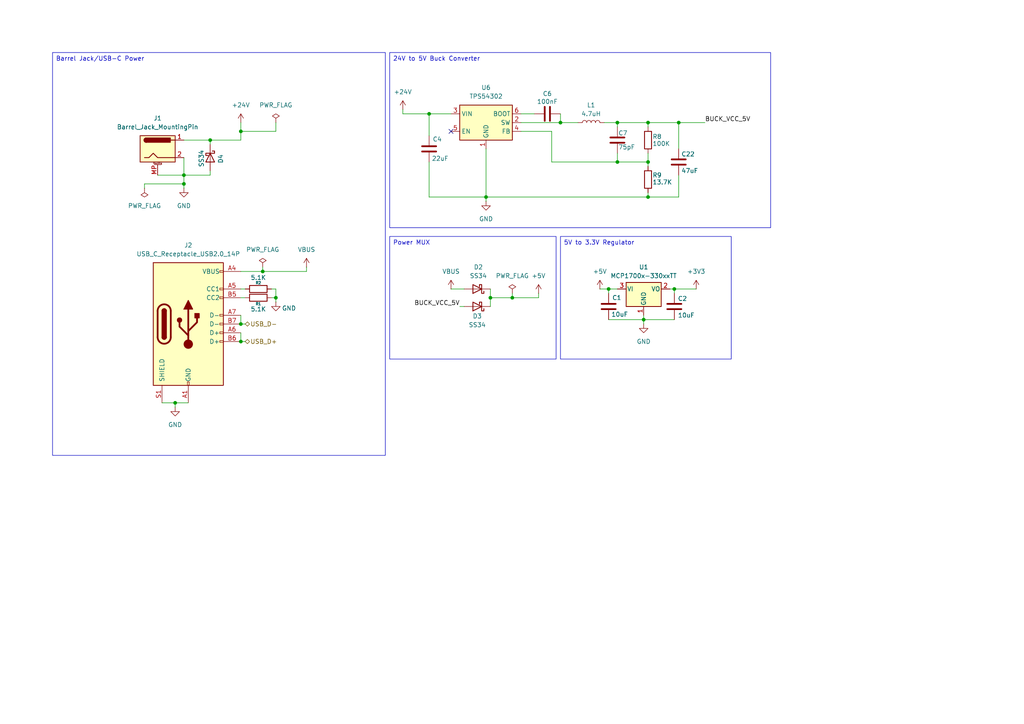
<source format=kicad_sch>
(kicad_sch (version 20250114) (generator "eeschema") (generator_version "9.0")
  (paper "A4")
  (lib_symbols
    (symbol "Connector:Barrel_Jack_MountingPin" (pin_names (hide yes))
      (property "Reference" "J" (at 0 5.334 0))
      (property "Value" "Barrel_Jack_MountingPin" (at 1.27 -6.35 0))
      (symbol "Barrel_Jack_MountingPin_0_1"
        (rectangle (start -5.08 3.81) (end 5.08 -3.81) (stroke (width 0.254)) (fill (type background)))
        (polyline (pts (xy -3.81 -2.54) (xy -2.54 -2.54) (xy -1.27 -1.27) (xy 0 -2.54) (xy 2.54 -2.54) (xy 5.08 -2.54)) (stroke (width 0.254)))
        (arc (start -3.302 1.905) (mid -3.9343 2.54) (end -3.302 3.175) (stroke (width 0.254)))
        (arc (start -3.302 1.905) (mid -3.9343 2.54) (end -3.302 3.175) (stroke (width 0.254)) (fill (type outline)))
        (rectangle (start 3.683 3.175) (end -3.302 1.905) (stroke (width 0.254)) (fill (type outline)))
        (polyline (pts (xy 5.08 2.54) (xy 3.81 2.54)) (stroke (width 0.254)))
      )
      (symbol "Barrel_Jack_MountingPin_1_1"
        (polyline (pts (xy -1.016 -4.572) (xy 1.016 -4.572)) (stroke (width 0.1524)))
        (text "Mounting" (at 0 -4.191 0) (effects (font (size 0.381 0.381))))
        (pin passive line (at 0 -7.62 90) (length 3.048) (name "MountPin") (number "MP"))
        (pin passive line (at 7.62 2.54 180) (length 2.54) (name "~") (number "1"))
        (pin passive line (at 7.62 -2.54 180) (length 2.54) (name "~") (number "2"))
      )
    )
    (symbol "Connector:USB_C_Receptacle_USB2.0_14P" (pin_names (offset 1.016))
      (property "Reference" "J" (at 0 22.225 0))
      (property "Value" "USB_C_Receptacle_USB2.0_14P" (at 0 19.685 0))
      (symbol "USB_C_Receptacle_USB2.0_14P_0_0"
        (rectangle (start -0.254 -17.78) (end 0.254 -16.764))
        (rectangle (start 10.16 15.494) (end 9.144 14.986))
        (rectangle (start 10.16 10.414) (end 9.144 9.906))
        (rectangle (start 10.16 7.874) (end 9.144 7.366))
        (rectangle (start 10.16 2.794) (end 9.144 2.286))
        (rectangle (start 10.16 0.254) (end 9.144 -0.254))
        (rectangle (start 10.16 -2.286) (end 9.144 -2.794))
        (rectangle (start 10.16 -4.826) (end 9.144 -5.334))
      )
      (symbol "USB_C_Receptacle_USB2.0_14P_0_1"
        (rectangle (start -10.16 17.78) (end 10.16 -17.78) (stroke (width 0.254)) (fill (type background)))
        (polyline (pts (xy -8.89 -3.81) (xy -8.89 3.81)) (stroke (width 0.508)))
        (rectangle (start -7.62 -3.81) (end -6.35 3.81) (stroke (width 0.254)) (fill (type outline)))
        (arc (start -7.62 3.81) (mid -6.985 4.4423) (end -6.35 3.81) (stroke (width 0.254)))
        (arc (start -7.62 3.81) (mid -6.985 4.4423) (end -6.35 3.81) (stroke (width 0.254)) (fill (type outline)))
        (arc (start -8.89 3.81) (mid -6.985 5.7067) (end -5.08 3.81) (stroke (width 0.508)))
        (arc (start -5.08 -3.81) (mid -6.985 -5.7067) (end -8.89 -3.81) (stroke (width 0.508)))
        (arc (start -6.35 -3.81) (mid -6.985 -4.4423) (end -7.62 -3.81) (stroke (width 0.254)))
        (arc (start -6.35 -3.81) (mid -6.985 -4.4423) (end -7.62 -3.81) (stroke (width 0.254)) (fill (type outline)))
        (polyline (pts (xy -5.08 3.81) (xy -5.08 -3.81)) (stroke (width 0.508)))
        (circle (center -2.54 1.143) (radius 0.635) (stroke (width 0.254)) (fill (type outline)))
        (polyline (pts (xy -1.27 4.318) (xy 0 6.858) (xy 1.27 4.318) (xy -1.27 4.318)) (stroke (width 0.254)) (fill (type outline)))
        (polyline (pts (xy 0 -2.032) (xy 2.54 0.508) (xy 2.54 1.778)) (stroke (width 0.508)))
        (polyline (pts (xy 0 -3.302) (xy -2.54 -0.762) (xy -2.54 0.508)) (stroke (width 0.508)))
        (polyline (pts (xy 0 -5.842) (xy 0 4.318)) (stroke (width 0.508)))
        (circle (center 0 -5.842) (radius 1.27) (fill (type outline)))
        (rectangle (start 1.905 1.778) (end 3.175 3.048) (stroke (width 0.254)) (fill (type outline)))
      )
      (symbol "USB_C_Receptacle_USB2.0_14P_1_1"
        (pin passive line (at -7.62 -22.86 90) (length 5.08) (name "SHIELD") (number "S1"))
        (pin passive line (at 0 -22.86 90) (length 5.08) (name "GND") (number "A1"))
        (pin passive line (at 0 -22.86 90) (length 5.08) (hide yes) (name "GND") (number "A12"))
        (pin passive line (at 0 -22.86 90) (length 5.08) (hide yes) (name "GND") (number "B1"))
        (pin passive line (at 0 -22.86 90) (length 5.08) (hide yes) (name "GND") (number "B12"))
        (pin passive line (at 15.24 15.24 180) (length 5.08) (name "VBUS") (number "A4"))
        (pin passive line (at 15.24 15.24 180) (length 5.08) (hide yes) (name "VBUS") (number "A9"))
        (pin passive line (at 15.24 15.24 180) (length 5.08) (hide yes) (name "VBUS") (number "B4"))
        (pin passive line (at 15.24 15.24 180) (length 5.08) (hide yes) (name "VBUS") (number "B9"))
        (pin bidirectional line (at 15.24 10.16 180) (length 5.08) (name "CC1") (number "A5"))
        (pin bidirectional line (at 15.24 7.62 180) (length 5.08) (name "CC2") (number "B5"))
        (pin bidirectional line (at 15.24 2.54 180) (length 5.08) (name "D-") (number "A7"))
        (pin bidirectional line (at 15.24 0 180) (length 5.08) (name "D-") (number "B7"))
        (pin bidirectional line (at 15.24 -2.54 180) (length 5.08) (name "D+") (number "A6"))
        (pin bidirectional line (at 15.24 -5.08 180) (length 5.08) (name "D+") (number "B6"))
      )
    )
    (symbol "Device:C" (pin_numbers (hide yes)) (pin_names (offset 0.254))
      (property "Reference" "C" (at 0.635 2.54 0))
      (property "Value" "C" (at 0.635 -2.54 0))
      (symbol "C_0_1"
        (polyline (pts (xy -2.032 0.762) (xy 2.032 0.762)) (stroke (width 0.508)))
        (polyline (pts (xy -2.032 -0.762) (xy 2.032 -0.762)) (stroke (width 0.508)))
      )
      (symbol "C_1_1"
        (pin passive line (at 0 3.81 270) (length 2.794) (name "~") (number "1"))
        (pin passive line (at 0 -3.81 90) (length 2.794) (name "~") (number "2"))
      )
    )
    (symbol "Device:L" (pin_numbers (hide yes)) (pin_names (offset 1.016) (hide yes))
      (property "Reference" "L" (at -1.27 0 90))
      (property "Value" "L" (at 1.905 0 90))
      (symbol "L_0_1"
        (arc (start 0 2.54) (mid 0.6323 1.905) (end 0 1.27))
        (arc (start 0 1.27) (mid 0.6323 0.635) (end 0 0))
        (arc (start 0 0) (mid 0.6323 -0.635) (end 0 -1.27))
        (arc (start 0 -1.27) (mid 0.6323 -1.905) (end 0 -2.54))
      )
      (symbol "L_1_1"
        (pin passive line (at 0 3.81 270) (length 1.27) (name "1") (number "1"))
        (pin passive line (at 0 -3.81 90) (length 1.27) (name "2") (number "2"))
      )
    )
    (symbol "Device:R" (pin_numbers (hide yes)) (pin_names (offset 0))
      (property "Reference" "R" (at 2.032 0 90))
      (property "Value" "R" (at 0 0 90))
      (symbol "R_0_1"
        (rectangle (start -1.016 -2.54) (end 1.016 2.54) (stroke (width 0.254)))
      )
      (symbol "R_1_1"
        (pin passive line (at 0 3.81 270) (length 1.27) (name "~") (number "1"))
        (pin passive line (at 0 -3.81 90) (length 1.27) (name "~") (number "2"))
      )
    )
    (symbol "Diode:SS34" (pin_numbers (hide yes)) (pin_names (offset 1.016) (hide yes))
      (property "Reference" "D" (at 0 2.54 0))
      (property "Value" "SS34" (at 0 -2.54 0))
      (symbol "SS34_0_1"
        (polyline (pts (xy -1.905 0.635) (xy -1.905 1.27) (xy -1.27 1.27) (xy -1.27 -1.27) (xy -0.635 -1.27) (xy -0.635 -0.635)) (stroke (width 0.254)))
        (polyline (pts (xy 1.27 1.27) (xy 1.27 -1.27) (xy -1.27 0) (xy 1.27 1.27)) (stroke (width 0.254)))
        (polyline (pts (xy 1.27 0) (xy -1.27 0)))
      )
      (symbol "SS34_1_1"
        (pin passive line (at -3.81 0 0) (length 2.54) (name "K") (number "1"))
        (pin passive line (at 3.81 0 180) (length 2.54) (name "A") (number "2"))
      )
    )
    (symbol "Regulator_Linear:MCP1700x-330xxTT" (pin_names (offset 0.254))
      (property "Reference" "U" (at -3.81 3.175 0))
      (property "Value" "MCP1700x-330xxTT" (at 0 3.175 0))
      (symbol "MCP1700x-330xxTT_0_1"
        (rectangle (start -5.08 1.905) (end 5.08 -5.08) (stroke (width 0.254)) (fill (type background)))
      )
      (symbol "MCP1700x-330xxTT_1_1"
        (pin power_in line (at -7.62 0 0) (length 2.54) (name "VI") (number "3"))
        (pin power_in line (at 0 -7.62 90) (length 2.54) (name "GND") (number "1"))
        (pin power_out line (at 7.62 0 180) (length 2.54) (name "VO") (number "2"))
      )
    )
    (symbol "Regulator_Switching:TPS54302"
      (property "Reference" "U" (at -7.62 6.35 0))
      (property "Value" "TPS54302" (at 0 6.35 0))
      (symbol "TPS54302_0_1"
        (rectangle (start -7.62 5.08) (end 7.62 -5.08) (stroke (width 0.254)) (fill (type background)))
      )
      (symbol "TPS54302_1_1"
        (pin power_in line (at -10.16 2.54 0) (length 2.54) (name "VIN") (number "3"))
        (pin input line (at -10.16 -2.54 0) (length 2.54) (name "EN") (number "5"))
        (pin power_in line (at 0 -7.62 90) (length 2.54) (name "GND") (number "1"))
        (pin passive line (at 10.16 2.54 180) (length 2.54) (name "BOOT") (number "6"))
        (pin power_out line (at 10.16 0 180) (length 2.54) (name "SW") (number "2"))
        (pin input line (at 10.16 -2.54 180) (length 2.54) (name "FB") (number "4"))
      )
    )
    (symbol "power:+24V" (power) (pin_numbers (hide yes)) (pin_names (offset 0) (hide yes))
      (property "Value" "+24V" (at 0 3.556 0))
      (symbol "+24V_0_1"
        (polyline (pts (xy -0.762 1.27) (xy 0 2.54)))
        (polyline (pts (xy 0 2.54) (xy 0.762 1.27)))
        (polyline (pts (xy 0 0) (xy 0 2.54)))
      )
      (symbol "+24V_1_1"
        (pin power_in line (at 0 0 90) (length 0) (name "~") (number "1"))
      )
    )
    (symbol "power:+3V3" (power) (pin_numbers (hide yes)) (pin_names (offset 0) (hide yes))
      (property "Value" "+3V3" (at 0 3.556 0))
      (symbol "+3V3_0_1"
        (polyline (pts (xy -0.762 1.27) (xy 0 2.54)))
        (polyline (pts (xy 0 2.54) (xy 0.762 1.27)))
        (polyline (pts (xy 0 0) (xy 0 2.54)))
      )
      (symbol "+3V3_1_1"
        (pin power_in line (at 0 0 90) (length 0) (name "~") (number "1"))
      )
    )
    (symbol "power:+5V" (power) (pin_numbers (hide yes)) (pin_names (offset 0) (hide yes))
      (property "Value" "+5V" (at 0 3.556 0))
      (symbol "+5V_0_1"
        (polyline (pts (xy -0.762 1.27) (xy 0 2.54)))
        (polyline (pts (xy 0 2.54) (xy 0.762 1.27)))
        (polyline (pts (xy 0 0) (xy 0 2.54)))
      )
      (symbol "+5V_1_1"
        (pin power_in line (at 0 0 90) (length 0) (name "~") (number "1"))
      )
    )
    (symbol "power:GND" (power) (pin_numbers (hide yes)) (pin_names (offset 0) (hide yes))
      (property "Value" "GND" (at 0 -3.81 0))
      (symbol "GND_0_1"
        (polyline (pts (xy 0 0) (xy 0 -1.27) (xy 1.27 -1.27) (xy 0 -2.54) (xy -1.27 -1.27) (xy 0 -1.27)))
      )
      (symbol "GND_1_1"
        (pin power_in line (at 0 0 270) (length 0) (name "~") (number "1"))
      )
    )
    (symbol "power:PWR_FLAG" (power) (pin_numbers (hide yes)) (pin_names (offset 0) (hide yes))
      (property "Value" "PWR_FLAG" (at 0 3.81 0))
      (symbol "PWR_FLAG_0_0"
        (pin power_out line (at 0 0 90) (length 0) (name "~") (number "1"))
      )
      (symbol "PWR_FLAG_0_1"
        (polyline (pts (xy 0 0) (xy 0 1.27) (xy -1.016 1.905) (xy 0 2.54) (xy 1.016 1.905) (xy 0 1.27)))
      )
    )
    (symbol "power:VBUS" (power) (pin_numbers (hide yes)) (pin_names (offset 0) (hide yes))
      (property "Value" "VBUS" (at 0 3.556 0))
      (symbol "VBUS_0_1"
        (polyline (pts (xy -0.762 1.27) (xy 0 2.54)))
        (polyline (pts (xy 0 2.54) (xy 0.762 1.27)))
        (polyline (pts (xy 0 0) (xy 0 2.54)))
      )
      (symbol "VBUS_1_1"
        (pin power_in line (at 0 0 90) (length 0) (name "~") (number "1"))
      )
    )
  )
  (text_box "24V to 5V Buck Converter" (at 113.03 15.24 0) (size 110.49 50.8) (margins 0.9525 0.9525 0.9525 0.9525) (effects (font (size 1.27 1.27)) (justify left top)))
  (text_box "Barrel Jack/USB-C Power" (at 15.24 15.24 0) (size 96.52 116.84) (margins 0.9525 0.9525 0.9525 0.9525) (effects (font (size 1.27 1.27)) (justify left top)))
  (text_box "5V to 3.3V Regulator" (at 162.56 68.58 0) (size 49.53 35.56) (margins 0.9525 0.9525 0.9525 0.9525) (effects (font (size 1.27 1.27)) (justify left top)))
  (text_box "Power MUX" (at 113.03 68.58 0) (size 48.26 35.56) (margins 0.9525 0.9525 0.9525 0.9525) (effects (font (size 1.27 1.27)) (justify left top)))
  (junction (at 60.96 40.64))
  (junction (at 148.59 86.36))
  (junction (at 195.58 83.82))
  (junction (at 53.34 53.34))
  (junction (at 162.56 35.56))
  (junction (at 69.85 99.06))
  (junction (at 80.01 86.36))
  (junction (at 186.69 92.71))
  (junction (at 187.96 35.56))
  (junction (at 50.8 116.84))
  (junction (at 179.07 46.99))
  (junction (at 140.97 57.15))
  (junction (at 69.85 38.1))
  (junction (at 179.07 35.56))
  (junction (at 176.53 83.82))
  (junction (at 187.96 57.15))
  (junction (at 124.46 33.02))
  (junction (at 76.2 78.74))
  (junction (at 196.85 35.56))
  (junction (at 187.96 46.99))
  (junction (at 53.34 50.8))
  (junction (at 142.24 86.36))
  (junction (at 69.85 93.98))
  (no_connect (at 130.81 38.1))
  (wire (pts (xy 142.24 86.36) (xy 142.24 88.9)))
  (wire (pts (xy 80.01 86.36) (xy 80.01 87.63)))
  (wire (pts (xy 60.96 49.53) (xy 60.96 50.8)))
  (wire (pts (xy 124.46 33.02) (xy 130.81 33.02)))
  (wire (pts (xy 69.85 83.82) (xy 71.12 83.82)))
  (wire (pts (xy 88.9 78.74) (xy 76.2 78.74)))
  (wire (pts (xy 60.96 40.64) (xy 69.85 40.64)))
  (wire (pts (xy 69.85 38.1) (xy 69.85 40.64)))
  (wire (pts (xy 41.91 54.61) (xy 41.91 53.34)))
  (wire (pts (xy 195.58 83.82) (xy 201.93 83.82)))
  (wire (pts (xy 133.35 88.9) (xy 134.62 88.9)))
  (wire (pts (xy 60.96 50.8) (xy 53.34 50.8)))
  (wire (pts (xy 173.99 83.82) (xy 176.53 83.82)))
  (wire (pts (xy 151.13 38.1) (xy 160.02 38.1)))
  (wire (pts (xy 116.84 33.02) (xy 124.46 33.02)))
  (wire (pts (xy 124.46 33.02) (xy 124.46 39.37)))
  (wire (pts (xy 179.07 35.56) (xy 187.96 35.56)))
  (wire (pts (xy 69.85 96.52) (xy 69.85 99.06)))
  (wire (pts (xy 69.85 78.74) (xy 76.2 78.74)))
  (wire (pts (xy 41.91 53.34) (xy 53.34 53.34)))
  (wire (pts (xy 162.56 35.56) (xy 162.56 33.02)))
  (wire (pts (xy 160.02 38.1) (xy 160.02 46.99)))
  (wire (pts (xy 140.97 57.15) (xy 187.96 57.15)))
  (wire (pts (xy 76.2 77.47) (xy 76.2 78.74)))
  (wire (pts (xy 186.69 92.71) (xy 195.58 92.71)))
  (wire (pts (xy 88.9 77.47) (xy 88.9 78.74)))
  (wire (pts (xy 148.59 86.36) (xy 156.21 86.36)))
  (wire (pts (xy 53.34 50.8) (xy 53.34 53.34)))
  (wire (pts (xy 53.34 53.34) (xy 53.34 54.61)))
  (wire (pts (xy 160.02 46.99) (xy 179.07 46.99)))
  (wire (pts (xy 142.24 86.36) (xy 148.59 86.36)))
  (wire (pts (xy 80.01 83.82) (xy 80.01 86.36)))
  (wire (pts (xy 69.85 93.98) (xy 71.12 93.98)))
  (wire (pts (xy 162.56 35.56) (xy 167.64 35.56)))
  (wire (pts (xy 196.85 35.56) (xy 204.47 35.56)))
  (wire (pts (xy 187.96 46.99) (xy 187.96 48.26)))
  (wire (pts (xy 124.46 57.15) (xy 140.97 57.15)))
  (wire (pts (xy 80.01 35.56) (xy 80.01 38.1)))
  (wire (pts (xy 60.96 40.64) (xy 60.96 41.91)))
  (wire (pts (xy 151.13 35.56) (xy 162.56 35.56)))
  (wire (pts (xy 45.72 50.8) (xy 53.34 50.8)))
  (wire (pts (xy 78.74 83.82) (xy 80.01 83.82)))
  (wire (pts (xy 151.13 33.02) (xy 154.94 33.02)))
  (wire (pts (xy 124.46 46.99) (xy 124.46 57.15)))
  (wire (pts (xy 187.96 35.56) (xy 187.96 36.83)))
  (wire (pts (xy 130.81 83.82) (xy 134.62 83.82)))
  (wire (pts (xy 116.84 31.75) (xy 116.84 33.02)))
  (wire (pts (xy 187.96 55.88) (xy 187.96 57.15)))
  (wire (pts (xy 148.59 85.09) (xy 148.59 86.36)))
  (wire (pts (xy 140.97 57.15) (xy 140.97 58.42)))
  (wire (pts (xy 69.85 86.36) (xy 71.12 86.36)))
  (wire (pts (xy 80.01 86.36) (xy 78.74 86.36)))
  (wire (pts (xy 176.53 83.82) (xy 179.07 83.82)))
  (wire (pts (xy 176.53 92.71) (xy 186.69 92.71)))
  (wire (pts (xy 187.96 35.56) (xy 196.85 35.56)))
  (wire (pts (xy 196.85 50.8) (xy 196.85 57.15)))
  (wire (pts (xy 50.8 116.84) (xy 54.61 116.84)))
  (wire (pts (xy 194.31 83.82) (xy 195.58 83.82)))
  (wire (pts (xy 186.69 92.71) (xy 186.69 93.98)))
  (wire (pts (xy 156.21 86.36) (xy 156.21 85.09)))
  (wire (pts (xy 179.07 44.45) (xy 179.07 46.99)))
  (wire (pts (xy 69.85 38.1) (xy 80.01 38.1)))
  (wire (pts (xy 53.34 45.72) (xy 53.34 50.8)))
  (wire (pts (xy 187.96 57.15) (xy 196.85 57.15)))
  (wire (pts (xy 176.53 83.82) (xy 176.53 85.09)))
  (wire (pts (xy 179.07 36.83) (xy 179.07 35.56)))
  (wire (pts (xy 140.97 43.18) (xy 140.97 57.15)))
  (wire (pts (xy 179.07 46.99) (xy 187.96 46.99)))
  (wire (pts (xy 46.99 116.84) (xy 50.8 116.84)))
  (wire (pts (xy 142.24 83.82) (xy 142.24 86.36)))
  (wire (pts (xy 53.34 40.64) (xy 60.96 40.64)))
  (wire (pts (xy 196.85 43.18) (xy 196.85 35.56)))
  (wire (pts (xy 50.8 116.84) (xy 50.8 118.11)))
  (wire (pts (xy 69.85 99.06) (xy 71.12 99.06)))
  (wire (pts (xy 69.85 91.44) (xy 69.85 93.98)))
  (wire (pts (xy 186.69 91.44) (xy 186.69 92.71)))
  (wire (pts (xy 187.96 44.45) (xy 187.96 46.99)))
  (wire (pts (xy 195.58 83.82) (xy 195.58 85.09)))
  (wire (pts (xy 69.85 35.56) (xy 69.85 38.1)))
  (wire (pts (xy 179.07 35.56) (xy 175.26 35.56)))
  (label "BUCK_VCC_5V" (at 204.47 35.56 0))
  (label "BUCK_VCC_5V" (at 133.35 88.9 180))
  (hierarchical_label "USB_D-" (shape bidirectional) (at 71.12 93.98 0))
  (hierarchical_label "USB_D+" (shape bidirectional) (at 71.12 99.06 0))
  (symbol (lib_id "power:GND") (at 140.97 58.42 0) (unit 1)
    (property "Reference" "#PWR08" (effects (hide yes)))
    (property "Value" "GND" (at 140.97 63.5 0))
    (property "Description" "Power symbol creates a global label with name \"GND\" , ground" (effects (hide yes)))
  )
  (symbol (lib_id "power:GND") (at 53.34 54.61 0) (unit 1)
    (property "Reference" "#PWR01" (effects (hide yes)))
    (property "Value" "GND" (at 53.34 59.69 0))
    (property "Description" "Power symbol creates a global label with name \"GND\" , ground" (effects (hide yes)))
  )
  (symbol (lib_id "Device:C") (at 179.07 40.64 0) (unit 1)
    (property "Reference" "C7" (at 179.324 38.608 0) (effects (justify left)))
    (property "Value" "75pF" (at 179.324 42.672 0) (effects (justify left)))
    (property "Footprint" "Capacitor_SMD:C_0402_1005Metric" (effects (hide yes)))
    (property "Description" "Unpolarized capacitor" (effects (hide yes)))
  )
  (symbol (lib_id "power:+24V") (at 116.84 31.75 0) (unit 1)
    (property "Reference" "#PWR012" (effects (hide yes)))
    (property "Value" "+24V" (at 116.84 26.67 0))
    (property "Description" "Power symbol creates a global label with name \"+24V\"" (effects (hide yes)))
  )
  (symbol (lib_id "Device:C") (at 124.46 43.18 0) (unit 1)
    (property "Reference" "C4" (at 125.476 40.386 0) (effects (justify left)))
    (property "Value" "22uF" (at 125.222 45.974 0) (effects (justify left)))
    (property "Footprint" "Capacitor_SMD:C_1206_3216Metric" (effects (hide yes)))
    (property "Description" "Unpolarized capacitor" (effects (hide yes)))
  )
  (symbol (lib_id "power:+5V") (at 156.21 85.09 0) (unit 1)
    (property "Reference" "#PWR03" (effects (hide yes)))
    (property "Value" "+5V" (at 156.21 80.01 0))
    (property "Description" "Power symbol creates a global label with name \"+5V\"" (effects (hide yes)))
  )
  (symbol (lib_id "Connector:Barrel_Jack_MountingPin") (at 45.72 43.18 0) (unit 1)
    (property "Reference" "J1" (at 45.72 34.29 0))
    (property "Value" "Barrel_Jack_MountingPin" (at 45.72 36.83 0))
    (property "Footprint" "Connector_BarrelJack:BarrelJack_GCT_DCJ200-10-A_Horizontal" (effects (hide yes)))
    (property "Description" "DC Barrel Jack with a mounting pin" (effects (hide yes)))
  )
  (symbol (lib_id "Diode:SS34") (at 138.43 83.82 180) (unit 1)
    (property "Reference" "D2" (at 138.7475 77.47 0))
    (property "Value" "SS34" (at 138.7475 80.01 0))
    (property "Footprint" "Diode_SMD:D_SMA" (effects (hide yes)))
    (property "Datasheet" "https://www.vishay.com/docs/88751/ss32.pdf" (effects (hide yes)))
    (property "Description" "40V 3A Schottky Diode, SMA" (effects (hide yes)))
  )
  (symbol (lib_id "power:PWR_FLAG") (at 148.59 85.09 0) (unit 1)
    (property "Reference" "#FLG03" (effects (hide yes)))
    (property "Value" "PWR_FLAG" (at 148.59 80.01 0))
    (property "Description" "Special symbol for telling ERC where power comes from" (effects (hide yes)))
  )
  (symbol (lib_id "Regulator_Linear:MCP1700x-330xxTT") (at 186.69 83.82 0) (unit 1)
    (property "Reference" "U1" (at 186.69 77.47 0))
    (property "Value" "MCP1700x-330xxTT" (at 186.69 80.01 0))
    (property "Footprint" "Package_TO_SOT_SMD:SOT-23" (effects (hide yes)))
    (property "Datasheet" "http://ww1.microchip.com/downloads/en/DeviceDoc/20001826D.pdf" (effects (hide yes)))
    (property "Description" "250mA Low Quiscent Current LDO, 3.3V output, SOT-23" (effects (hide yes)))
  )
  (symbol (lib_id "power:GND") (at 186.69 93.98 0) (unit 1)
    (property "Reference" "#PWR02" (effects (hide yes)))
    (property "Value" "GND" (at 186.69 99.06 0))
    (property "Description" "Power symbol creates a global label with name \"GND\" , ground" (effects (hide yes)))
  )
  (symbol (lib_id "Device:C") (at 195.58 88.9 0) (unit 1)
    (property "Reference" "C2" (at 196.596 86.614 0) (effects (justify left)))
    (property "Value" "10uF" (at 196.596 91.44 0) (effects (justify left)))
    (property "Footprint" "Capacitor_SMD:C_0603_1608Metric" (effects (hide yes)))
    (property "Description" "Unpolarized capacitor" (effects (hide yes)))
  )
  (symbol (lib_id "Diode:SS34") (at 138.43 88.9 180) (unit 1)
    (property "Reference" "D3" (at 138.43 91.694 0))
    (property "Value" "SS34" (at 138.43 94.234 0))
    (property "Footprint" "Diode_SMD:D_SMA" (effects (hide yes)))
    (property "Datasheet" "https://www.vishay.com/docs/88751/ss32.pdf" (effects (hide yes)))
    (property "Description" "40V 3A Schottky Diode, SMA" (effects (hide yes)))
  )
  (symbol (lib_id "power:+24V") (at 69.85 35.56 0) (unit 1)
    (property "Reference" "#PWR011" (effects (hide yes)))
    (property "Value" "+24V" (at 69.85 30.48 0))
    (property "Description" "Power symbol creates a global label with name \"+24V\"" (effects (hide yes)))
  )
  (symbol (lib_id "power:PWR_FLAG") (at 80.01 35.56 0) (unit 1)
    (property "Reference" "#FLG01" (effects (hide yes)))
    (property "Value" "PWR_FLAG" (at 80.01 30.48 0))
    (property "Description" "Special symbol for telling ERC where power comes from" (effects (hide yes)))
  )
  (symbol (lib_id "power:GND") (at 50.8 118.11 0) (unit 1)
    (property "Reference" "#PWR04" (effects (hide yes)))
    (property "Value" "GND" (at 50.8 123.19 0))
    (property "Description" "Power symbol creates a global label with name \"GND\" , ground" (effects (hide yes)))
  )
  (symbol (lib_id "power:+5V") (at 173.99 83.82 0) (unit 1)
    (property "Reference" "#PWR09" (effects (hide yes)))
    (property "Value" "+5V" (at 173.99 78.74 0))
    (property "Description" "Power symbol creates a global label with name \"+5V\"" (effects (hide yes)))
  )
  (symbol (lib_id "Device:R") (at 187.96 40.64 0) (unit 1)
    (property "Reference" "R8" (at 189.23 39.624 0) (effects (justify left)))
    (property "Value" "100K" (at 189.23 41.656 0) (effects (justify left)))
    (property "Footprint" "Resistor_SMD:R_0603_1608Metric" (effects (hide yes)))
    (property "Description" "Resistor" (effects (hide yes)))
  )
  (symbol (lib_id "power:VBUS") (at 88.9 77.47 0) (unit 1)
    (property "Reference" "#PWR05" (effects (hide yes)))
    (property "Value" "VBUS" (at 88.9 72.39 0))
    (property "Description" "Power symbol creates a global label with name \"VBUS\"" (effects (hide yes)))
  )
  (symbol (lib_id "Device:R") (at 74.93 83.82 90) (unit 1)
    (property "Reference" "R1" (at 74.93 88.138 90) (effects (font (size 0.762 0.762))))
    (property "Value" "5.1K" (at 74.93 80.518 90))
    (property "Footprint" "Resistor_SMD:R_0402_1005Metric" (effects (hide yes)))
    (property "Description" "Resistor" (effects (hide yes)))
  )
  (symbol (lib_id "Device:C") (at 196.85 46.99 0) (unit 1)
    (property "Reference" "C22" (at 197.612 44.704 0) (effects (justify left)))
    (property "Value" "47uF" (at 197.612 49.53 0) (effects (justify left)))
    (property "Footprint" "Capacitor_SMD:C_1206_3216Metric" (effects (hide yes)))
    (property "Description" "Unpolarized capacitor" (effects (hide yes)))
  )
  (symbol (lib_id "Device:R") (at 187.96 52.07 0) (unit 1)
    (property "Reference" "R9" (at 189.23 50.8 0) (effects (justify left)))
    (property "Value" "13.7K" (at 189.23 52.832 0) (effects (justify left)))
    (property "Footprint" "Resistor_SMD:R_0603_1608Metric" (effects (hide yes)))
    (property "Description" "Resistor" (effects (hide yes)))
  )
  (symbol (lib_id "power:+3V3") (at 201.93 83.82 0) (unit 1)
    (property "Reference" "#PWR010" (effects (hide yes)))
    (property "Value" "+3V3" (at 201.93 78.74 0))
    (property "Description" "Power symbol creates a global label with name \"+3V3\"" (effects (hide yes)))
  )
  (symbol (lib_id "Device:C") (at 158.75 33.02 90) (unit 1)
    (property "Reference" "C6" (at 158.75 27.178 90))
    (property "Value" "100nF" (at 158.75 29.464 90))
    (property "Footprint" "Capacitor_SMD:C_0805_2012Metric" (effects (hide yes)))
    (property "Description" "Unpolarized capacitor" (effects (hide yes)))
  )
  (symbol (lib_id "Diode:SS34") (at 60.96 45.72 270) (unit 1)
    (property "Reference" "D4" (at 64.008 44.704 0) (effects (justify left)))
    (property "Value" "SS34" (at 58.42 43.434 0) (effects (justify left)))
    (property "Footprint" "Diode_SMD:D_SMA" (effects (hide yes)))
    (property "Datasheet" "https://www.vishay.com/docs/88751/ss32.pdf" (effects (hide yes)))
    (property "Description" "40V 3A Schottky Diode, SMA" (effects (hide yes)))
  )
  (symbol (lib_id "power:GND") (at 80.01 87.63 0) (unit 1)
    (property "Reference" "#PWR07" (effects (hide yes)))
    (property "Value" "GND" (at 83.82 89.408 0))
    (property "Description" "Power symbol creates a global label with name \"GND\" , ground" (effects (hide yes)))
  )
  (symbol (lib_id "power:PWR_FLAG") (at 41.91 54.61 180) (unit 1)
    (property "Reference" "#FLG02" (effects (hide yes)))
    (property "Value" "PWR_FLAG" (at 41.91 59.69 0))
    (property "Description" "Special symbol for telling ERC where power comes from" (effects (hide yes)))
  )
  (symbol (lib_id "Regulator_Switching:TPS54302") (at 140.97 35.56 0) (unit 1)
    (property "Reference" "U6" (at 140.97 25.4 0))
    (property "Value" "TPS54302" (at 140.97 27.94 0))
    (property "Footprint" "Package_TO_SOT_SMD:SOT-23-6" (effects (hide yes)))
    (property "Datasheet" "http://www.ti.com/lit/ds/symlink/tps54302.pdf" (effects (hide yes)))
    (property "Description" "3A, 4.5 to 28V Input, EMI Friendly integrated switch synchronous step-down regulator, pulse-skipping, SOT-23-6" (effects (hide yes)))
  )
  (symbol (lib_id "Device:R") (at 74.93 86.36 90) (unit 1)
    (property "Reference" "R2" (at 74.93 82.042 90) (effects (font (size 0.762 0.762))))
    (property "Value" "5.1K" (at 74.93 89.662 90))
    (property "Footprint" "Resistor_SMD:R_0402_1005Metric" (effects (hide yes)))
    (property "Description" "Resistor" (effects (hide yes)))
  )
  (symbol (lib_id "Device:L") (at 171.45 35.56 90) (unit 1)
    (property "Reference" "L1" (at 171.45 30.48 90))
    (property "Value" "4.7uH" (at 171.45 33.02 90))
    (property "Footprint" "Inductor_SMD:L_7.3x7.3_H3.5" (effects (hide yes)))
    (property "Description" "Inductor" (effects (hide yes)))
  )
  (symbol (lib_id "Connector:USB_C_Receptacle_USB2.0_14P") (at 54.61 93.98 0) (unit 1)
    (property "Reference" "J2" (at 54.61 71.12 0))
    (property "Value" "USB_C_Receptacle_USB2.0_14P" (at 54.61 73.66 0))
    (property "Footprint" "Connector_USB:USB_C_Receptacle_HRO_TYPE-C-31-M-12" (effects (hide yes)))
    (property "Datasheet" "https://www.usb.org/sites/default/files/documents/usb_type-c.zip" (effects (hide yes)))
    (property "Description" "USB 2.0-only 14P Type-C Receptacle connector" (effects (hide yes)))
  )
  (symbol (lib_id "power:VBUS") (at 130.81 83.82 0) (unit 1)
    (property "Reference" "#PWR06" (effects (hide yes)))
    (property "Value" "VBUS" (at 130.81 78.74 0))
    (property "Description" "Power symbol creates a global label with name \"VBUS\"" (effects (hide yes)))
  )
  (symbol (lib_id "Device:C") (at 176.53 88.9 0) (unit 1)
    (property "Reference" "C1" (at 177.546 86.36 0) (effects (justify left)))
    (property "Value" "10uF" (at 177.292 91.186 0) (effects (justify left)))
    (property "Footprint" "Capacitor_SMD:C_0603_1608Metric" (effects (hide yes)))
    (property "Description" "Unpolarized capacitor" (effects (hide yes)))
  )
  (symbol (lib_id "power:PWR_FLAG") (at 76.2 77.47 0) (unit 1)
    (property "Reference" "#FLG04" (effects (hide yes)))
    (property "Value" "PWR_FLAG" (at 76.2 72.39 0))
    (property "Description" "Special symbol for telling ERC where power comes from" (effects (hide yes)))
  )
)
</source>
